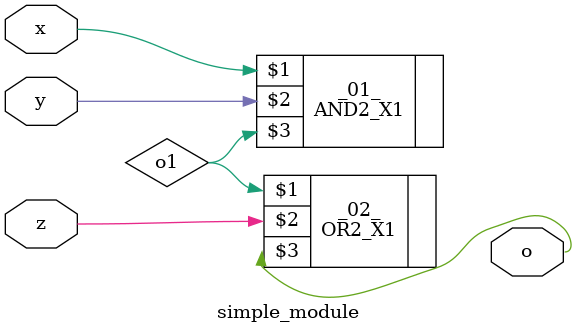
<source format=v>

module simple_propagation(input x, input y, output o);
    wire w1;
    LOGIC1_X1 _01_ (w1);
    simple_module mod(x, y, w1, o);
endmodule

module simple_module(input x, input y, input z, output o);
    wire o1;
    AND2_X1 _01_ (x, y, o1);
    OR2_X1 _02_(o1, z, o);
endmodule
</source>
